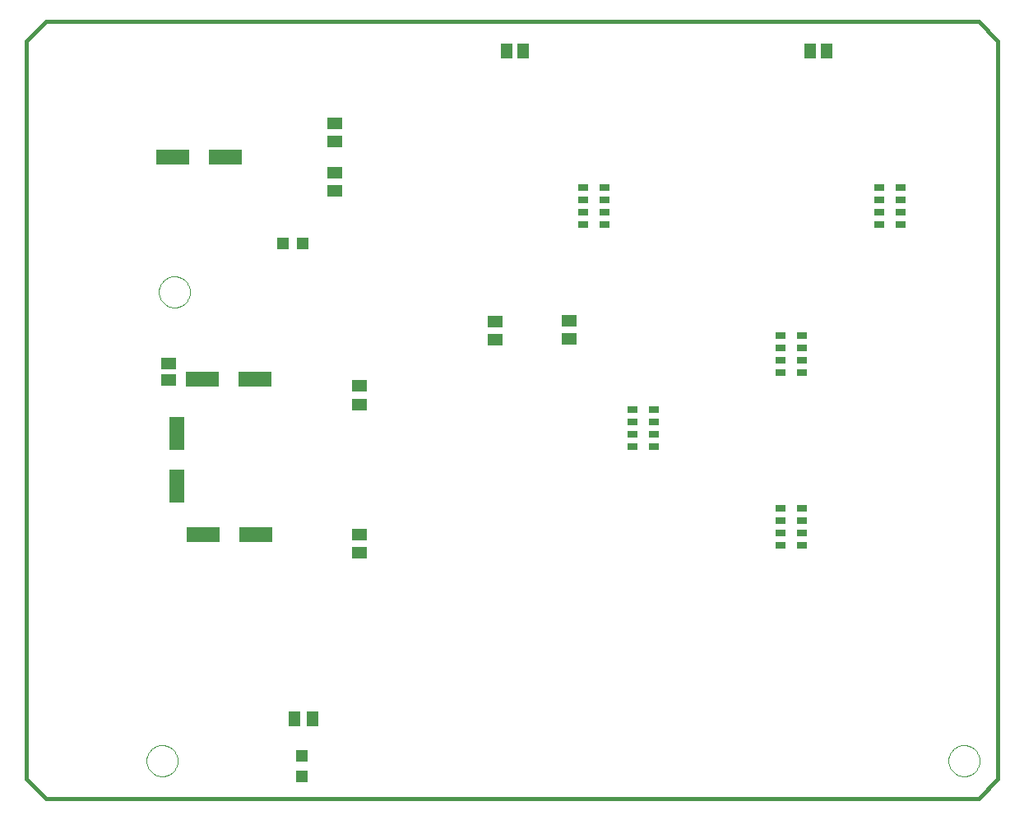
<source format=gtp>
G75*
G70*
%OFA0B0*%
%FSLAX24Y24*%
%IPPOS*%
%LPD*%
%AMOC8*
5,1,8,0,0,1.08239X$1,22.5*
%
%ADD10C,0.0160*%
%ADD11C,0.0000*%
%ADD12R,0.0472X0.0472*%
%ADD13R,0.0630X0.1378*%
%ADD14R,0.0591X0.0512*%
%ADD15R,0.1378X0.0630*%
%ADD16R,0.0512X0.0591*%
%ADD17R,0.0433X0.0295*%
D10*
X002220Y002007D02*
X003007Y001220D01*
X040803Y001220D01*
X041590Y002007D01*
X041590Y031929D01*
X040803Y032716D01*
X003007Y032716D01*
X002220Y031929D01*
X002220Y002007D01*
D11*
X007090Y002751D02*
X007092Y002801D01*
X007098Y002851D01*
X007108Y002900D01*
X007122Y002948D01*
X007139Y002995D01*
X007160Y003040D01*
X007185Y003084D01*
X007213Y003125D01*
X007245Y003164D01*
X007279Y003201D01*
X007316Y003235D01*
X007356Y003265D01*
X007398Y003292D01*
X007442Y003316D01*
X007488Y003337D01*
X007535Y003353D01*
X007583Y003366D01*
X007633Y003375D01*
X007682Y003380D01*
X007733Y003381D01*
X007783Y003378D01*
X007832Y003371D01*
X007881Y003360D01*
X007929Y003345D01*
X007975Y003327D01*
X008020Y003305D01*
X008063Y003279D01*
X008104Y003250D01*
X008143Y003218D01*
X008179Y003183D01*
X008211Y003145D01*
X008241Y003105D01*
X008268Y003062D01*
X008291Y003018D01*
X008310Y002972D01*
X008326Y002924D01*
X008338Y002875D01*
X008346Y002826D01*
X008350Y002776D01*
X008350Y002726D01*
X008346Y002676D01*
X008338Y002627D01*
X008326Y002578D01*
X008310Y002530D01*
X008291Y002484D01*
X008268Y002440D01*
X008241Y002397D01*
X008211Y002357D01*
X008179Y002319D01*
X008143Y002284D01*
X008104Y002252D01*
X008063Y002223D01*
X008020Y002197D01*
X007975Y002175D01*
X007929Y002157D01*
X007881Y002142D01*
X007832Y002131D01*
X007783Y002124D01*
X007733Y002121D01*
X007682Y002122D01*
X007633Y002127D01*
X007583Y002136D01*
X007535Y002149D01*
X007488Y002165D01*
X007442Y002186D01*
X007398Y002210D01*
X007356Y002237D01*
X007316Y002267D01*
X007279Y002301D01*
X007245Y002338D01*
X007213Y002377D01*
X007185Y002418D01*
X007160Y002462D01*
X007139Y002507D01*
X007122Y002554D01*
X007108Y002602D01*
X007098Y002651D01*
X007092Y002701D01*
X007090Y002751D01*
X007590Y021751D02*
X007592Y021801D01*
X007598Y021851D01*
X007608Y021900D01*
X007622Y021948D01*
X007639Y021995D01*
X007660Y022040D01*
X007685Y022084D01*
X007713Y022125D01*
X007745Y022164D01*
X007779Y022201D01*
X007816Y022235D01*
X007856Y022265D01*
X007898Y022292D01*
X007942Y022316D01*
X007988Y022337D01*
X008035Y022353D01*
X008083Y022366D01*
X008133Y022375D01*
X008182Y022380D01*
X008233Y022381D01*
X008283Y022378D01*
X008332Y022371D01*
X008381Y022360D01*
X008429Y022345D01*
X008475Y022327D01*
X008520Y022305D01*
X008563Y022279D01*
X008604Y022250D01*
X008643Y022218D01*
X008679Y022183D01*
X008711Y022145D01*
X008741Y022105D01*
X008768Y022062D01*
X008791Y022018D01*
X008810Y021972D01*
X008826Y021924D01*
X008838Y021875D01*
X008846Y021826D01*
X008850Y021776D01*
X008850Y021726D01*
X008846Y021676D01*
X008838Y021627D01*
X008826Y021578D01*
X008810Y021530D01*
X008791Y021484D01*
X008768Y021440D01*
X008741Y021397D01*
X008711Y021357D01*
X008679Y021319D01*
X008643Y021284D01*
X008604Y021252D01*
X008563Y021223D01*
X008520Y021197D01*
X008475Y021175D01*
X008429Y021157D01*
X008381Y021142D01*
X008332Y021131D01*
X008283Y021124D01*
X008233Y021121D01*
X008182Y021122D01*
X008133Y021127D01*
X008083Y021136D01*
X008035Y021149D01*
X007988Y021165D01*
X007942Y021186D01*
X007898Y021210D01*
X007856Y021237D01*
X007816Y021267D01*
X007779Y021301D01*
X007745Y021338D01*
X007713Y021377D01*
X007685Y021418D01*
X007660Y021462D01*
X007639Y021507D01*
X007622Y021554D01*
X007608Y021602D01*
X007598Y021651D01*
X007592Y021701D01*
X007590Y021751D01*
X039590Y002751D02*
X039592Y002801D01*
X039598Y002851D01*
X039608Y002900D01*
X039622Y002948D01*
X039639Y002995D01*
X039660Y003040D01*
X039685Y003084D01*
X039713Y003125D01*
X039745Y003164D01*
X039779Y003201D01*
X039816Y003235D01*
X039856Y003265D01*
X039898Y003292D01*
X039942Y003316D01*
X039988Y003337D01*
X040035Y003353D01*
X040083Y003366D01*
X040133Y003375D01*
X040182Y003380D01*
X040233Y003381D01*
X040283Y003378D01*
X040332Y003371D01*
X040381Y003360D01*
X040429Y003345D01*
X040475Y003327D01*
X040520Y003305D01*
X040563Y003279D01*
X040604Y003250D01*
X040643Y003218D01*
X040679Y003183D01*
X040711Y003145D01*
X040741Y003105D01*
X040768Y003062D01*
X040791Y003018D01*
X040810Y002972D01*
X040826Y002924D01*
X040838Y002875D01*
X040846Y002826D01*
X040850Y002776D01*
X040850Y002726D01*
X040846Y002676D01*
X040838Y002627D01*
X040826Y002578D01*
X040810Y002530D01*
X040791Y002484D01*
X040768Y002440D01*
X040741Y002397D01*
X040711Y002357D01*
X040679Y002319D01*
X040643Y002284D01*
X040604Y002252D01*
X040563Y002223D01*
X040520Y002197D01*
X040475Y002175D01*
X040429Y002157D01*
X040381Y002142D01*
X040332Y002131D01*
X040283Y002124D01*
X040233Y002121D01*
X040182Y002122D01*
X040133Y002127D01*
X040083Y002136D01*
X040035Y002149D01*
X039988Y002165D01*
X039942Y002186D01*
X039898Y002210D01*
X039856Y002237D01*
X039816Y002267D01*
X039779Y002301D01*
X039745Y002338D01*
X039713Y002377D01*
X039685Y002418D01*
X039660Y002462D01*
X039639Y002507D01*
X039622Y002554D01*
X039608Y002602D01*
X039598Y002651D01*
X039592Y002701D01*
X039590Y002751D01*
D12*
X013379Y002954D03*
X013379Y002127D03*
X013433Y023720D03*
X012607Y023720D03*
D13*
X008311Y016021D03*
X008311Y013895D03*
D14*
X007976Y018180D03*
X007976Y018849D03*
X015720Y017944D03*
X015720Y017196D03*
X021212Y019814D03*
X021212Y020562D03*
X024220Y020594D03*
X024220Y019846D03*
X014720Y025846D03*
X014720Y026594D03*
X014720Y027846D03*
X014720Y028594D03*
X015733Y011921D03*
X015733Y011173D03*
D15*
X011505Y011901D03*
X009379Y011901D03*
X009357Y018217D03*
X011483Y018217D03*
X010283Y027220D03*
X008157Y027220D03*
D16*
X021685Y031520D03*
X022355Y031520D03*
X033985Y031520D03*
X034655Y031520D03*
X013827Y004451D03*
X013079Y004451D03*
D17*
X026799Y015470D03*
X026799Y015970D03*
X026799Y016470D03*
X026799Y016970D03*
X027641Y016970D03*
X027641Y016470D03*
X027641Y015970D03*
X027641Y015470D03*
X032799Y012970D03*
X032799Y012470D03*
X032799Y011970D03*
X032799Y011470D03*
X033641Y011470D03*
X033641Y011970D03*
X033641Y012470D03*
X033641Y012970D03*
X033641Y018470D03*
X033641Y018970D03*
X033641Y019470D03*
X033641Y019970D03*
X032799Y019970D03*
X032799Y019470D03*
X032799Y018970D03*
X032799Y018470D03*
X036799Y024470D03*
X036799Y024970D03*
X036799Y025470D03*
X036799Y025970D03*
X037641Y025970D03*
X037641Y025470D03*
X037641Y024970D03*
X037641Y024470D03*
X025641Y024470D03*
X025641Y024970D03*
X025641Y025470D03*
X025641Y025970D03*
X024799Y025970D03*
X024799Y025470D03*
X024799Y024970D03*
X024799Y024470D03*
M02*

</source>
